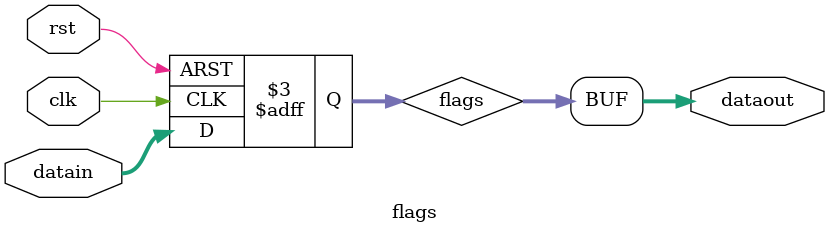
<source format=v>
module flags(datain,dataout,clk,rst);//flag should always be written
input [3:0] datain;
input rst,clk;
output [3:0] dataout;
reg [3:0] flags;
assign dataout = flags;
always@(negedge(rst),negedge(clk)) begin
    if(!rst) begin
        flags <= 4'b0000;
    end
    else begin
        flags <= datain;
    end
end
endmodule

</source>
